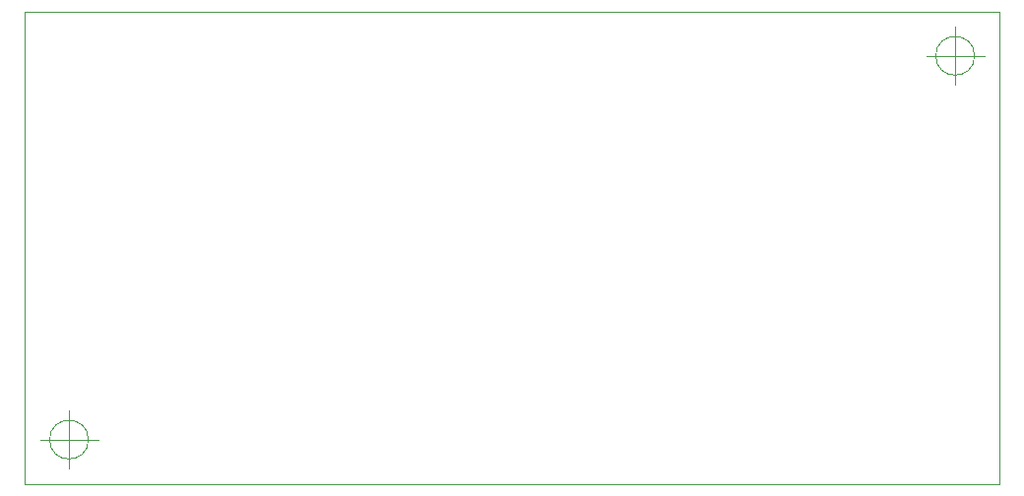
<source format=gbr>
G04 #@! TF.GenerationSoftware,KiCad,Pcbnew,5.1.4-3.fc30*
G04 #@! TF.CreationDate,2019-09-27T12:27:46+02:00*
G04 #@! TF.ProjectId,atmega_prog_adapter_v3,61746d65-6761-45f7-9072-6f675f616461,1.0*
G04 #@! TF.SameCoordinates,Original*
G04 #@! TF.FileFunction,Profile,NP*
%FSLAX46Y46*%
G04 Gerber Fmt 4.6, Leading zero omitted, Abs format (unit mm)*
G04 Created by KiCad (PCBNEW 5.1.4-3.fc30) date 2019-09-27 12:27:46*
%MOMM*%
%LPD*%
G04 APERTURE LIST*
%ADD10C,0.050000*%
G04 APERTURE END LIST*
D10*
X99456666Y-120650000D02*
G75*
G03X99456666Y-120650000I-1666666J0D01*
G01*
X95290000Y-120650000D02*
X100290000Y-120650000D01*
X97790000Y-118150000D02*
X97790000Y-123150000D01*
X175656666Y-87630000D02*
G75*
G03X175656666Y-87630000I-1666666J0D01*
G01*
X171490000Y-87630000D02*
X176490000Y-87630000D01*
X173990000Y-85130000D02*
X173990000Y-90130000D01*
X93980000Y-124460000D02*
X93980000Y-83820000D01*
X177800000Y-124460000D02*
X93980000Y-124460000D01*
X177800000Y-83820000D02*
X177800000Y-124460000D01*
X93980000Y-83820000D02*
X177800000Y-83820000D01*
M02*

</source>
